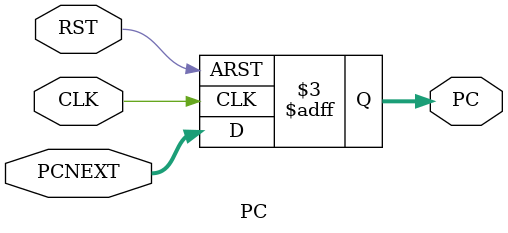
<source format=v>
module PC(
input     wire             CLK,
input     wire             RST,
input     wire   [31:0]    PCNEXT,
output    reg    [31:0]    PC
);




always@(posedge CLK or negedge RST)
	begin
		if(!RST)
			begin
				PC <= 32'd0;
			end
		else
			begin
				PC <= PCNEXT;
			end	
	end


endmodule
</source>
